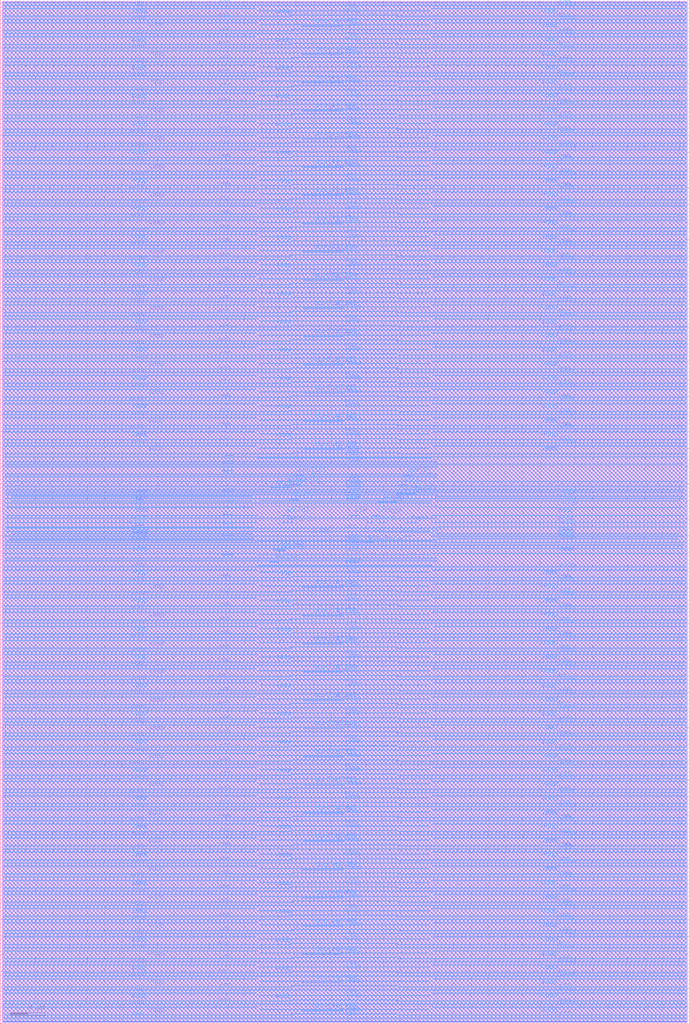
<source format=lef>
#############################################################################################
## Intel Confidential                                                                      ##
#############################################################################################
## Copyright 2022 Intel Corporation. The information contained herein is the proprietary   ##
## and confidential information of Intel or its licensors, and is supplied subject to, and ##
## may be used only in accordance with, previously executed agreements with Intel.         ##
## EXCEPT AS MAY OTHERWISE BE AGREED IN WRITING: (1) ALL MATERIALS FURNISHED BY INTEL      ##
## HEREUNDER ARE PROVIDED "AS IS" WITHOUT WARRANTY OF ANY KIND; (2) INTEL SPECIFICALLY     ##
## DISCLAIMS ANY WARRANTY OF NONINFRINGEMENT, FITNESS FOR A PARTICULAR PURPOSE OR          ##
## MERCHANTABILITY; AND (3) INTEL WILL NOT BE LIABLE FOR ANY COSTS OF PROCUREMENT OF       ##
## SUBSTITUTES, LOSS OF PROFITS, INTERRUPTION OF BUSINESS, OR FOR ANY OTHER SPECIAL,       ##
## CONSEQUENTIAL OR INCIDENTAL DAMAGES, HOWEVER CAUSED, WHETHER FOR BREACH OF WARRANTY,    ##
## CONTRACT, TORT, NEGLIGENCE, STRICT LIABILITY OR OTHERWISE.                              ##
#############################################################################################
#############################################################################################
##                                                                                         ##
##  Vendor:                Intel Corporation                                               ##
##  Product:               ip224uhdlp1p11rf                                                ##
##  Version:               r1.0.1                                                          ##
##  Technology:            p1222.4                                                         ##
##  Celltype:              MemoryIP                                                        ##
##  IP Owner:              Intel CMO                                                       ##
##  Creation Time:         Wed Sep 14 2022 15:16:16                                        ##
##  Memory Name:           ip224uhdlp1p11rf_2048x32m8b2c1s0_t0r0p0d0a1m1h                  ##
##  Memory Name Generated: ip224uhdlp1p11rf_2048x32m8b2c1s0_t0r0p0d0a1m1h                  ##
##                                                                                         ##
#############################################################################################

VERSION 5.6 ;
BUSBITCHARS "[]" ;
DIVIDERCHAR "/" ;
UNITS
  DATABASE MICRONS 2000 ;
END UNITS
SITE ip224uhdlp1p11rf_2048x32m8b2c1s0_t0r0p0d0a1m1h
  SIZE 79.1 by 117.54 ;
  SYMMETRY X Y ;
  CLASS CORE ;
END ip224uhdlp1p11rf_2048x32m8b2c1s0_t0r0p0d0a1m1h


MACRO ip224uhdlp1p11rf_2048x32m8b2c1s0_t0r0p0d0a1m1h
     FOREIGN ip224uhdlp1p11rf_2048x32m8b2c1s0_t0r0p0d0a1m1h 0.00 0.00 ;
     ORIGIN 0.00 0.00 ;
     SIZE 79.1 by 117.54 ;
     SYMMETRY X Y ;
     CLASS BLOCK ;
     SITE ip224uhdlp1p11rf_2048x32m8b2c1s0_t0r0p0d0a1m1h ;
     PIN adr[0]
     DIRECTION input ;
          USE SIGNAL ;
          PORT
               LAYER m4 ;
               RECT 46.1075 62.924 47.2975 63 ;
          END
     END adr[0]
     PIN adr[10]
     DIRECTION input ;
          USE SIGNAL ;
          PORT
               LAYER m4 ;
               RECT 33.655 62.924 34.785 63 ;
          END
     END adr[10]
     PIN adr[1]
     DIRECTION input ;
          USE SIGNAL ;
          PORT
               LAYER m4 ;
               RECT 45.7125 61.804 46.6995 61.88 ;
          END
     END adr[1]
     PIN adr[2]
     DIRECTION input ;
          USE SIGNAL ;
          PORT
               LAYER m4 ;
               RECT 32.3935 57.49 33.545 57.546 ;
          END
     END adr[2]
     PIN adr[3]
     DIRECTION input ;
          USE SIGNAL ;
          PORT
               LAYER m4 ;
               RECT 45.538 60.848 46.712 60.924 ;
          END
     END adr[3]
     PIN adr[4]
     DIRECTION input ;
          USE SIGNAL ;
          PORT
               LAYER m4 ;
               RECT 46.792 60.848 47.742 60.924 ;
          END
     END adr[4]
     PIN adr[5]
     DIRECTION input ;
          USE SIGNAL ;
          PORT
               LAYER m4 ;
               RECT 30.993 52.96 31.95 53.036 ;
          END
     END adr[5]
     PIN adr[6]
     DIRECTION input ;
          USE SIGNAL ;
          PORT
               LAYER m4 ;
               RECT 32.2745 58.326 33.214 58.382 ;
          END
     END adr[6]
     PIN adr[7]
     DIRECTION input ;
          USE SIGNAL ;
          PORT
               LAYER m4 ;
               RECT 31.714 54.226 32.7775 54.302 ;
          END
     END adr[7]
     PIN adr[8]
     DIRECTION input ;
          USE SIGNAL ;
          PORT
               LAYER m4 ;
               RECT 31.34 54.376 32.689 54.452 ;
          END
     END adr[8]
     PIN adr[9]
     DIRECTION input ;
          USE SIGNAL ;
          PORT
               LAYER m4 ;
               RECT 33.643 61.804 34.5675 61.88 ;
          END
     END adr[9]
     PIN clkbyp
     DIRECTION input ;
          USE SIGNAL ;
          PORT
               LAYER m4 ;
               RECT 42.715 58.326 43.5675 58.382 ;
          END
     END clkbyp
     PIN din[0]
     DIRECTION input ;
          USE SIGNAL ;
          PORT
               LAYER m4 ;
               RECT 34.714 114.488 37.566 114.596 ;
          END
     END din[0]
     PIN din[10]
     DIRECTION input ;
          USE SIGNAL ;
          PORT
               LAYER m4 ;
               RECT 34.714 82.088 37.566 82.196 ;
          END
     END din[10]
     PIN din[11]
     DIRECTION input ;
          USE SIGNAL ;
          PORT
               LAYER m4 ;
               RECT 34.714 78.848 37.566 78.956 ;
          END
     END din[11]
     PIN din[12]
     DIRECTION input ;
          USE SIGNAL ;
          PORT
               LAYER m4 ;
               RECT 34.714 75.608 37.566 75.716 ;
          END
     END din[12]
     PIN din[13]
     DIRECTION input ;
          USE SIGNAL ;
          PORT
               LAYER m4 ;
               RECT 34.714 72.368 37.566 72.476 ;
          END
     END din[13]
     PIN din[14]
     DIRECTION input ;
          USE SIGNAL ;
          PORT
               LAYER m4 ;
               RECT 34.714 69.128 37.566 69.236 ;
          END
     END din[14]
     PIN din[15]
     DIRECTION input ;
          USE SIGNAL ;
          PORT
               LAYER m4 ;
               RECT 34.714 65.888 37.566 65.996 ;
          END
     END din[15]
     PIN din[16]
     DIRECTION input ;
          USE SIGNAL ;
          PORT
               LAYER m4 ;
               RECT 34.714 50.048 37.566 50.156 ;
          END
     END din[16]
     PIN din[17]
     DIRECTION input ;
          USE SIGNAL ;
          PORT
               LAYER m4 ;
               RECT 34.714 46.808 37.566 46.916 ;
          END
     END din[17]
     PIN din[18]
     DIRECTION input ;
          USE SIGNAL ;
          PORT
               LAYER m4 ;
               RECT 34.714 43.568 37.566 43.676 ;
          END
     END din[18]
     PIN din[19]
     DIRECTION input ;
          USE SIGNAL ;
          PORT
               LAYER m4 ;
               RECT 34.714 40.328 37.566 40.436 ;
          END
     END din[19]
     PIN din[1]
     DIRECTION input ;
          USE SIGNAL ;
          PORT
               LAYER m4 ;
               RECT 34.714 111.248 37.566 111.356 ;
          END
     END din[1]
     PIN din[20]
     DIRECTION input ;
          USE SIGNAL ;
          PORT
               LAYER m4 ;
               RECT 34.714 37.088 37.566 37.196 ;
          END
     END din[20]
     PIN din[21]
     DIRECTION input ;
          USE SIGNAL ;
          PORT
               LAYER m4 ;
               RECT 34.714 33.848 37.566 33.956 ;
          END
     END din[21]
     PIN din[22]
     DIRECTION input ;
          USE SIGNAL ;
          PORT
               LAYER m4 ;
               RECT 34.714 30.608 37.566 30.716 ;
          END
     END din[22]
     PIN din[23]
     DIRECTION input ;
          USE SIGNAL ;
          PORT
               LAYER m4 ;
               RECT 34.714 27.368 37.566 27.476 ;
          END
     END din[23]
     PIN din[24]
     DIRECTION input ;
          USE SIGNAL ;
          PORT
               LAYER m4 ;
               RECT 34.714 24.128 37.566 24.236 ;
          END
     END din[24]
     PIN din[25]
     DIRECTION input ;
          USE SIGNAL ;
          PORT
               LAYER m4 ;
               RECT 34.714 20.888 37.566 20.996 ;
          END
     END din[25]
     PIN din[26]
     DIRECTION input ;
          USE SIGNAL ;
          PORT
               LAYER m4 ;
               RECT 34.714 17.648 37.566 17.756 ;
          END
     END din[26]
     PIN din[27]
     DIRECTION input ;
          USE SIGNAL ;
          PORT
               LAYER m4 ;
               RECT 34.714 14.408 37.566 14.516 ;
          END
     END din[27]
     PIN din[28]
     DIRECTION input ;
          USE SIGNAL ;
          PORT
               LAYER m4 ;
               RECT 34.714 11.168 37.566 11.276 ;
          END
     END din[28]
     PIN din[29]
     DIRECTION input ;
          USE SIGNAL ;
          PORT
               LAYER m4 ;
               RECT 34.714 7.928 37.566 8.036 ;
          END
     END din[29]
     PIN din[2]
     DIRECTION input ;
          USE SIGNAL ;
          PORT
               LAYER m4 ;
               RECT 34.714 108.008 37.566 108.116 ;
          END
     END din[2]
     PIN din[30]
     DIRECTION input ;
          USE SIGNAL ;
          PORT
               LAYER m4 ;
               RECT 34.714 4.688 37.566 4.796 ;
          END
     END din[30]
     PIN din[31]
     DIRECTION input ;
          USE SIGNAL ;
          PORT
               LAYER m4 ;
               RECT 34.714 1.448 37.566 1.556 ;
          END
     END din[31]
     PIN din[3]
     DIRECTION input ;
          USE SIGNAL ;
          PORT
               LAYER m4 ;
               RECT 34.714 104.768 37.566 104.876 ;
          END
     END din[3]
     PIN din[4]
     DIRECTION input ;
          USE SIGNAL ;
          PORT
               LAYER m4 ;
               RECT 34.714 101.528 37.566 101.636 ;
          END
     END din[4]
     PIN din[5]
     DIRECTION input ;
          USE SIGNAL ;
          PORT
               LAYER m4 ;
               RECT 34.714 98.288 37.566 98.396 ;
          END
     END din[5]
     PIN din[6]
     DIRECTION input ;
          USE SIGNAL ;
          PORT
               LAYER m4 ;
               RECT 34.714 95.048 37.566 95.156 ;
          END
     END din[6]
     PIN din[7]
     DIRECTION input ;
          USE SIGNAL ;
          PORT
               LAYER m4 ;
               RECT 34.714 91.808 37.566 91.916 ;
          END
     END din[7]
     PIN din[8]
     DIRECTION input ;
          USE SIGNAL ;
          PORT
               LAYER m4 ;
               RECT 34.714 88.568 37.566 88.676 ;
          END
     END din[8]
     PIN din[9]
     DIRECTION input ;
          USE SIGNAL ;
          PORT
               LAYER m4 ;
               RECT 34.714 85.328 37.566 85.436 ;
          END
     END din[9]
     PIN fwen
     DIRECTION input ;
          USE SIGNAL ;
          PORT
               LAYER m4 ;
               RECT 46.3675 57.49 48.054 57.546 ;
          END
     END fwen
     PIN mc[0]
     DIRECTION input ;
          USE SIGNAL ;
          PORT
               LAYER m4 ;
               RECT 33.192 60.124 34.231 60.2 ;
          END
     END mc[0]
     PIN mc[1]
     DIRECTION input ;
          USE SIGNAL ;
          PORT
               LAYER m4 ;
               RECT 30.972 61.54 32.2 61.616 ;
          END
     END mc[1]
     PIN mc[2]
     DIRECTION input ;
          USE SIGNAL ;
          PORT
               LAYER m4 ;
               RECT 32.331 61.54 33.473 61.616 ;
          END
     END mc[2]
     PIN mcen
     DIRECTION input ;
          USE SIGNAL ;
          PORT
               LAYER m4 ;
               RECT 32.4285 61.804 33.365 61.88 ;
          END
     END mcen
     PIN q[0]
     DIRECTION output ;
          USE SIGNAL ;
          PORT
               LAYER m4 ;
               RECT 37.646 114.488 39.371 114.596 ;
          END
     END q[0]
     PIN q[10]
     DIRECTION output ;
          USE SIGNAL ;
          PORT
               LAYER m4 ;
               RECT 37.646 82.088 39.371 82.196 ;
          END
     END q[10]
     PIN q[11]
     DIRECTION output ;
          USE SIGNAL ;
          PORT
               LAYER m4 ;
               RECT 37.646 78.848 39.371 78.956 ;
          END
     END q[11]
     PIN q[12]
     DIRECTION output ;
          USE SIGNAL ;
          PORT
               LAYER m4 ;
               RECT 37.646 75.608 39.371 75.716 ;
          END
     END q[12]
     PIN q[13]
     DIRECTION output ;
          USE SIGNAL ;
          PORT
               LAYER m4 ;
               RECT 37.646 72.368 39.371 72.476 ;
          END
     END q[13]
     PIN q[14]
     DIRECTION output ;
          USE SIGNAL ;
          PORT
               LAYER m4 ;
               RECT 37.646 69.128 39.371 69.236 ;
          END
     END q[14]
     PIN q[15]
     DIRECTION output ;
          USE SIGNAL ;
          PORT
               LAYER m4 ;
               RECT 37.646 65.888 39.371 65.996 ;
          END
     END q[15]
     PIN q[16]
     DIRECTION output ;
          USE SIGNAL ;
          PORT
               LAYER m4 ;
               RECT 37.646 50.048 39.371 50.156 ;
          END
     END q[16]
     PIN q[17]
     DIRECTION output ;
          USE SIGNAL ;
          PORT
               LAYER m4 ;
               RECT 37.646 46.808 39.371 46.916 ;
          END
     END q[17]
     PIN q[18]
     DIRECTION output ;
          USE SIGNAL ;
          PORT
               LAYER m4 ;
               RECT 37.646 43.568 39.371 43.676 ;
          END
     END q[18]
     PIN q[19]
     DIRECTION output ;
          USE SIGNAL ;
          PORT
               LAYER m4 ;
               RECT 37.646 40.328 39.371 40.436 ;
          END
     END q[19]
     PIN q[1]
     DIRECTION output ;
          USE SIGNAL ;
          PORT
               LAYER m4 ;
               RECT 37.646 111.248 39.371 111.356 ;
          END
     END q[1]
     PIN q[20]
     DIRECTION output ;
          USE SIGNAL ;
          PORT
               LAYER m4 ;
               RECT 37.646 37.088 39.371 37.196 ;
          END
     END q[20]
     PIN q[21]
     DIRECTION output ;
          USE SIGNAL ;
          PORT
               LAYER m4 ;
               RECT 37.646 33.848 39.371 33.956 ;
          END
     END q[21]
     PIN q[22]
     DIRECTION output ;
          USE SIGNAL ;
          PORT
               LAYER m4 ;
               RECT 37.646 30.608 39.371 30.716 ;
          END
     END q[22]
     PIN q[23]
     DIRECTION output ;
          USE SIGNAL ;
          PORT
               LAYER m4 ;
               RECT 37.646 27.368 39.371 27.476 ;
          END
     END q[23]
     PIN q[24]
     DIRECTION output ;
          USE SIGNAL ;
          PORT
               LAYER m4 ;
               RECT 37.646 24.128 39.371 24.236 ;
          END
     END q[24]
     PIN q[25]
     DIRECTION output ;
          USE SIGNAL ;
          PORT
               LAYER m4 ;
               RECT 37.646 20.888 39.371 20.996 ;
          END
     END q[25]
     PIN q[26]
     DIRECTION output ;
          USE SIGNAL ;
          PORT
               LAYER m4 ;
               RECT 37.646 17.648 39.371 17.756 ;
          END
     END q[26]
     PIN q[27]
     DIRECTION output ;
          USE SIGNAL ;
          PORT
               LAYER m4 ;
               RECT 37.646 14.408 39.371 14.516 ;
          END
     END q[27]
     PIN q[28]
     DIRECTION output ;
          USE SIGNAL ;
          PORT
               LAYER m4 ;
               RECT 37.646 11.168 39.371 11.276 ;
          END
     END q[28]
     PIN q[29]
     DIRECTION output ;
          USE SIGNAL ;
          PORT
               LAYER m4 ;
               RECT 37.646 7.928 39.371 8.036 ;
          END
     END q[29]
     PIN q[2]
     DIRECTION output ;
          USE SIGNAL ;
          PORT
               LAYER m4 ;
               RECT 37.646 108.008 39.371 108.116 ;
          END
     END q[2]
     PIN q[30]
     DIRECTION output ;
          USE SIGNAL ;
          PORT
               LAYER m4 ;
               RECT 37.646 4.688 39.371 4.796 ;
          END
     END q[30]
     PIN q[31]
     DIRECTION output ;
          USE SIGNAL ;
          PORT
               LAYER m4 ;
               RECT 37.646 1.448 39.371 1.556 ;
          END
     END q[31]
     PIN q[3]
     DIRECTION output ;
          USE SIGNAL ;
          PORT
               LAYER m4 ;
               RECT 37.646 104.768 39.371 104.876 ;
          END
     END q[3]
     PIN q[4]
     DIRECTION output ;
          USE SIGNAL ;
          PORT
               LAYER m4 ;
               RECT 37.646 101.528 39.371 101.636 ;
          END
     END q[4]
     PIN q[5]
     DIRECTION output ;
          USE SIGNAL ;
          PORT
               LAYER m4 ;
               RECT 37.646 98.288 39.371 98.396 ;
          END
     END q[5]
     PIN q[6]
     DIRECTION output ;
          USE SIGNAL ;
          PORT
               LAYER m4 ;
               RECT 37.646 95.048 39.371 95.156 ;
          END
     END q[6]
     PIN q[7]
     DIRECTION output ;
          USE SIGNAL ;
          PORT
               LAYER m4 ;
               RECT 37.646 91.808 39.371 91.916 ;
          END
     END q[7]
     PIN q[8]
     DIRECTION output ;
          USE SIGNAL ;
          PORT
               LAYER m4 ;
               RECT 37.646 88.568 39.371 88.676 ;
          END
     END q[8]
     PIN q[9]
     DIRECTION output ;
          USE SIGNAL ;
          PORT
               LAYER m4 ;
               RECT 37.646 85.328 39.371 85.436 ;
          END
     END q[9]
     PIN ren
     DIRECTION input ;
          USE SIGNAL ;
          PORT
               LAYER m4 ;
               RECT 42.098 57.49 43.0035 57.546 ;
          END
     END ren
     PIN wa[0]
     DIRECTION input ;
          USE SIGNAL ;
          PORT
               LAYER m4 ;
               RECT 44.66 59.858 45.6245 59.914 ;
          END
     END wa[0]
     PIN wa[1]
     DIRECTION input ;
          USE SIGNAL ;
          PORT
               LAYER m4 ;
               RECT 43.4475 59.858 44.478 59.914 ;
          END
     END wa[1]
     PIN wen
     DIRECTION input ;
          USE SIGNAL ;
          PORT
               LAYER m4 ;
               RECT 43.562 57.49 44.45 57.546 ;
          END
     END wen
     PIN wpulse[0]
     DIRECTION input ;
          USE SIGNAL ;
          PORT
               LAYER m4 ;
               RECT 46.187 55.924 47.1725 56 ;
          END
     END wpulse[0]
     PIN wpulse[1]
     DIRECTION input ;
          USE SIGNAL ;
          PORT
               LAYER m4 ;
               RECT 41.7065 55.2 42.75 55.276 ;
          END
     END wpulse[1]
     PIN wpulseen
     DIRECTION input ;
          USE SIGNAL ;
          PORT
               LAYER m4 ;
               RECT 42.5125 55.924 43.399 56 ;
          END
     END wpulseen
     PIN clk
     DIRECTION input ;
          USE CLOCK ;
          PORT
               LAYER m4 ;
               RECT 40.1725 58.326 41.2045 58.382 ;
          END
     END clk
     PIN vddp
     SHAPE ABUTMENT ;
     DIRECTION input ;
          USE POWER ;
          PORT
               LAYER m4 ;
               RECT 0.48 0.958 33.505 1.034 ;
          END
          PORT
               LAYER m4 ;
               RECT 0.48 1.846 29.388 1.922 ;
          END
          PORT
               LAYER m4 ;
               RECT 0.48 10.678 33.505 10.754 ;
          END
          PORT
               LAYER m4 ;
               RECT 0.48 100.306 29.388 100.382 ;
          END
          PORT
               LAYER m4 ;
               RECT 0.48 101.038 33.505 101.114 ;
          END
          PORT
               LAYER m4 ;
               RECT 0.48 101.926 29.388 102.002 ;
          END
          PORT
               LAYER m4 ;
               RECT 0.48 102.658 29.56 102.734 ;
          END
          PORT
               LAYER m4 ;
               RECT 0.48 103.546 29.388 103.622 ;
          END
          PORT
               LAYER m4 ;
               RECT 0.48 104.278 33.505 104.354 ;
          END
          PORT
               LAYER m4 ;
               RECT 0.48 105.166 29.388 105.242 ;
          END
          PORT
               LAYER m4 ;
               RECT 0.48 105.898 29.56 105.974 ;
          END
          PORT
               LAYER m4 ;
               RECT 0.48 106.786 29.388 106.862 ;
          END
          PORT
               LAYER m4 ;
               RECT 0.48 107.518 33.505 107.594 ;
          END
          PORT
               LAYER m4 ;
               RECT 0.48 108.406 29.388 108.482 ;
          END
          PORT
               LAYER m4 ;
               RECT 0.48 109.138 29.56 109.214 ;
          END
          PORT
               LAYER m4 ;
               RECT 0.48 11.566 29.388 11.642 ;
          END
          PORT
               LAYER m4 ;
               RECT 0.48 110.026 29.388 110.102 ;
          END
          PORT
               LAYER m4 ;
               RECT 0.48 110.758 33.505 110.834 ;
          END
          PORT
               LAYER m4 ;
               RECT 0.48 111.646 29.388 111.722 ;
          END
          PORT
               LAYER m4 ;
               RECT 0.48 112.378 29.56 112.454 ;
          END
          PORT
               LAYER m4 ;
               RECT 0.48 113.266 29.388 113.342 ;
          END
          PORT
               LAYER m4 ;
               RECT 0.48 113.998 33.505 114.074 ;
          END
          PORT
               LAYER m4 ;
               RECT 0.48 114.886 29.388 114.962 ;
          END
          PORT
               LAYER m4 ;
               RECT 0.48 115.618 29.56 115.694 ;
          END
          PORT
               LAYER m4 ;
               RECT 0.48 116.506 29.388 116.582 ;
          END
          PORT
               LAYER m4 ;
               RECT 0.48 12.298 29.56 12.374 ;
          END
          PORT
               LAYER m4 ;
               RECT 0.48 13.186 29.388 13.262 ;
          END
          PORT
               LAYER m4 ;
               RECT 0.48 13.918 33.505 13.994 ;
          END
          PORT
               LAYER m4 ;
               RECT 0.48 14.806 29.388 14.882 ;
          END
          PORT
               LAYER m4 ;
               RECT 0.48 15.538 29.56 15.614 ;
          END
          PORT
               LAYER m4 ;
               RECT 0.48 16.426 29.388 16.502 ;
          END
          PORT
               LAYER m4 ;
               RECT 0.48 17.158 33.505 17.234 ;
          END
          PORT
               LAYER m4 ;
               RECT 0.48 18.046 29.388 18.122 ;
          END
          PORT
               LAYER m4 ;
               RECT 0.48 18.778 29.56 18.854 ;
          END
          PORT
               LAYER m4 ;
               RECT 0.48 19.666 29.388 19.742 ;
          END
          PORT
               LAYER m4 ;
               RECT 0.48 2.578 29.56 2.654 ;
          END
          PORT
               LAYER m4 ;
               RECT 0.48 20.398 33.505 20.474 ;
          END
          PORT
               LAYER m4 ;
               RECT 0.48 21.286 29.388 21.362 ;
          END
          PORT
               LAYER m4 ;
               RECT 0.48 22.018 29.56 22.094 ;
          END
          PORT
               LAYER m4 ;
               RECT 0.48 22.906 29.388 22.982 ;
          END
          PORT
               LAYER m4 ;
               RECT 0.48 23.638 33.505 23.714 ;
          END
          PORT
               LAYER m4 ;
               RECT 0.48 24.526 29.388 24.602 ;
          END
          PORT
               LAYER m4 ;
               RECT 0.48 25.258 29.56 25.334 ;
          END
          PORT
               LAYER m4 ;
               RECT 0.48 26.146 29.388 26.222 ;
          END
          PORT
               LAYER m4 ;
               RECT 0.48 26.878 33.505 26.954 ;
          END
          PORT
               LAYER m4 ;
               RECT 0.48 27.766 29.388 27.842 ;
          END
          PORT
               LAYER m4 ;
               RECT 0.48 28.498 29.56 28.574 ;
          END
          PORT
               LAYER m4 ;
               RECT 0.48 29.386 29.388 29.462 ;
          END
          PORT
               LAYER m4 ;
               RECT 0.48 3.466 29.388 3.542 ;
          END
          PORT
               LAYER m4 ;
               RECT 0.48 30.118 33.505 30.194 ;
          END
          PORT
               LAYER m4 ;
               RECT 0.48 31.006 29.388 31.082 ;
          END
          PORT
               LAYER m4 ;
               RECT 0.48 31.738 29.56 31.814 ;
          END
          PORT
               LAYER m4 ;
               RECT 0.48 32.626 29.388 32.702 ;
          END
          PORT
               LAYER m4 ;
               RECT 0.48 33.358 33.505 33.434 ;
          END
          PORT
               LAYER m4 ;
               RECT 0.48 34.246 29.388 34.322 ;
          END
          PORT
               LAYER m4 ;
               RECT 0.48 34.978 29.56 35.054 ;
          END
          PORT
               LAYER m4 ;
               RECT 0.48 35.866 29.388 35.942 ;
          END
          PORT
               LAYER m4 ;
               RECT 0.48 36.598 33.505 36.674 ;
          END
          PORT
               LAYER m4 ;
               RECT 0.48 37.486 29.388 37.562 ;
          END
          PORT
               LAYER m4 ;
               RECT 0.48 38.218 29.56 38.294 ;
          END
          PORT
               LAYER m4 ;
               RECT 0.48 39.106 29.388 39.182 ;
          END
          PORT
               LAYER m4 ;
               RECT 0.48 39.838 33.505 39.914 ;
          END
          PORT
               LAYER m4 ;
               RECT 0.48 4.198 33.505 4.274 ;
          END
          PORT
               LAYER m4 ;
               RECT 0.48 40.726 29.388 40.802 ;
          END
          PORT
               LAYER m4 ;
               RECT 0.48 41.458 29.56 41.534 ;
          END
          PORT
               LAYER m4 ;
               RECT 0.48 42.346 29.388 42.422 ;
          END
          PORT
               LAYER m4 ;
               RECT 0.48 43.078 33.505 43.154 ;
          END
          PORT
               LAYER m4 ;
               RECT 0.48 43.966 29.388 44.042 ;
          END
          PORT
               LAYER m4 ;
               RECT 0.48 44.698 29.56 44.774 ;
          END
          PORT
               LAYER m4 ;
               RECT 0.48 45.586 29.388 45.662 ;
          END
          PORT
               LAYER m4 ;
               RECT 0.48 46.318 33.505 46.394 ;
          END
          PORT
               LAYER m4 ;
               RECT 0.48 47.206 29.388 47.282 ;
          END
          PORT
               LAYER m4 ;
               RECT 0.48 47.938 29.56 48.014 ;
          END
          PORT
               LAYER m4 ;
               RECT 0.48 48.826 29.388 48.902 ;
          END
          PORT
               LAYER m4 ;
               RECT 0.48 49.558 33.505 49.634 ;
          END
          PORT
               LAYER m4 ;
               RECT 0.48 5.086 29.388 5.162 ;
          END
          PORT
               LAYER m4 ;
               RECT 0.48 5.818 29.56 5.894 ;
          END
          PORT
               LAYER m4 ;
               RECT 0.48 50.446 29.388 50.522 ;
          END
          PORT
               LAYER m4 ;
               RECT 0.48 51.178 29.56 51.254 ;
          END
          PORT
               LAYER m4 ;
               RECT 0.48 52.066 29.388 52.142 ;
          END
          PORT
               LAYER m4 ;
               RECT 0.48 6.706 29.388 6.782 ;
          END
          PORT
               LAYER m4 ;
               RECT 0.48 65.398 33.505 65.474 ;
          END
          PORT
               LAYER m4 ;
               RECT 0.48 66.286 29.388 66.362 ;
          END
          PORT
               LAYER m4 ;
               RECT 0.48 67.018 29.56 67.094 ;
          END
          PORT
               LAYER m4 ;
               RECT 0.48 67.906 29.388 67.982 ;
          END
          PORT
               LAYER m4 ;
               RECT 0.48 68.638 33.505 68.714 ;
          END
          PORT
               LAYER m4 ;
               RECT 0.48 69.526 29.388 69.602 ;
          END
          PORT
               LAYER m4 ;
               RECT 0.48 7.438 33.505 7.514 ;
          END
          PORT
               LAYER m4 ;
               RECT 0.48 70.258 29.56 70.334 ;
          END
          PORT
               LAYER m4 ;
               RECT 0.48 71.146 29.388 71.222 ;
          END
          PORT
               LAYER m4 ;
               RECT 0.48 71.878 33.505 71.954 ;
          END
          PORT
               LAYER m4 ;
               RECT 0.48 72.766 29.388 72.842 ;
          END
          PORT
               LAYER m4 ;
               RECT 0.48 73.498 29.56 73.574 ;
          END
          PORT
               LAYER m4 ;
               RECT 0.48 74.386 29.388 74.462 ;
          END
          PORT
               LAYER m4 ;
               RECT 0.48 75.118 33.505 75.194 ;
          END
          PORT
               LAYER m4 ;
               RECT 0.48 76.006 29.388 76.082 ;
          END
          PORT
               LAYER m4 ;
               RECT 0.48 76.738 29.56 76.814 ;
          END
          PORT
               LAYER m4 ;
               RECT 0.48 77.626 29.388 77.702 ;
          END
          PORT
               LAYER m4 ;
               RECT 0.48 78.358 33.505 78.434 ;
          END
          PORT
               LAYER m4 ;
               RECT 0.48 79.246 29.388 79.322 ;
          END
          PORT
               LAYER m4 ;
               RECT 0.48 79.978 29.56 80.054 ;
          END
          PORT
               LAYER m4 ;
               RECT 0.48 8.326 29.388 8.402 ;
          END
          PORT
               LAYER m4 ;
               RECT 0.48 80.866 29.388 80.942 ;
          END
          PORT
               LAYER m4 ;
               RECT 0.48 81.598 33.505 81.674 ;
          END
          PORT
               LAYER m4 ;
               RECT 0.48 82.486 29.388 82.562 ;
          END
          PORT
               LAYER m4 ;
               RECT 0.48 83.218 29.56 83.294 ;
          END
          PORT
               LAYER m4 ;
               RECT 0.48 84.106 29.388 84.182 ;
          END
          PORT
               LAYER m4 ;
               RECT 0.48 84.838 33.505 84.914 ;
          END
          PORT
               LAYER m4 ;
               RECT 0.48 85.726 29.388 85.802 ;
          END
          PORT
               LAYER m4 ;
               RECT 0.48 86.458 29.56 86.534 ;
          END
          PORT
               LAYER m4 ;
               RECT 0.48 87.346 29.388 87.422 ;
          END
          PORT
               LAYER m4 ;
               RECT 0.48 88.078 33.505 88.154 ;
          END
          PORT
               LAYER m4 ;
               RECT 0.48 88.966 29.388 89.042 ;
          END
          PORT
               LAYER m4 ;
               RECT 0.48 89.698 29.56 89.774 ;
          END
          PORT
               LAYER m4 ;
               RECT 0.48 9.058 29.56 9.134 ;
          END
          PORT
               LAYER m4 ;
               RECT 0.48 9.946 29.388 10.022 ;
          END
          PORT
               LAYER m4 ;
               RECT 0.48 90.586 29.388 90.662 ;
          END
          PORT
               LAYER m4 ;
               RECT 0.48 91.318 33.505 91.394 ;
          END
          PORT
               LAYER m4 ;
               RECT 0.48 92.206 29.388 92.282 ;
          END
          PORT
               LAYER m4 ;
               RECT 0.48 92.938 29.56 93.014 ;
          END
          PORT
               LAYER m4 ;
               RECT 0.48 93.826 29.388 93.902 ;
          END
          PORT
               LAYER m4 ;
               RECT 0.48 94.558 33.505 94.634 ;
          END
          PORT
               LAYER m4 ;
               RECT 0.48 95.446 29.388 95.522 ;
          END
          PORT
               LAYER m4 ;
               RECT 0.48 96.178 29.56 96.254 ;
          END
          PORT
               LAYER m4 ;
               RECT 0.48 97.066 29.388 97.142 ;
          END
          PORT
               LAYER m4 ;
               RECT 0.48 97.798 33.505 97.874 ;
          END
          PORT
               LAYER m4 ;
               RECT 0.48 98.686 29.388 98.762 ;
          END
          PORT
               LAYER m4 ;
               RECT 0.48 99.418 29.56 99.494 ;
          END
          PORT
               LAYER m4 ;
               RECT 0.616 53.948 29.56 54.024 ;
          END
          PORT
               LAYER m4 ;
               RECT 0.616 54.508 78.484 54.584 ;
          END
          PORT
               LAYER m4 ;
               RECT 0.616 54.904 78.484 54.98 ;
          END
          PORT
               LAYER m4 ;
               RECT 0.616 55.2 29.56 55.276 ;
          END
          PORT
               LAYER m4 ;
               RECT 0.616 55.924 29.56 56 ;
          END
          PORT
               LAYER m4 ;
               RECT 0.616 56.992 28.912 57.036 ;
          END
          PORT
               LAYER m4 ;
               RECT 0.616 57.49 29.56 57.546 ;
          END
          PORT
               LAYER m4 ;
               RECT 0.616 58.326 29.56 58.382 ;
          END
          PORT
               LAYER m4 ;
               RECT 0.616 59.244 28.912 59.288 ;
          END
          PORT
               LAYER m4 ;
               RECT 0.616 60.256 78.484 60.332 ;
          END
          PORT
               LAYER m4 ;
               RECT 0.616 60.98 78.484 61.056 ;
          END
          PORT
               LAYER m4 ;
               RECT 0.616 61.276 78.484 61.352 ;
          END
          PORT
               LAYER m4 ;
               RECT 0.616 61.672 78.484 61.748 ;
          END
          PORT
               LAYER m4 ;
               RECT 0.616 62.232 78.484 62.308 ;
          END
          PORT
               LAYER m4 ;
               RECT 0.616 64.176 78.484 64.284 ;
          END
          PORT
               LAYER m4 ;
               RECT 1.264 55.632 28.912 55.74 ;
          END
          PORT
               LAYER m4 ;
               RECT 1.264 56.188 28.912 56.296 ;
          END
          PORT
               LAYER m4 ;
               RECT 1.264 59.96 28.912 60.068 ;
          END
          PORT
               LAYER m4 ;
               RECT 1.264 60.516 28.912 60.624 ;
          END
          PORT
               LAYER m4 ;
               RECT 29.6 52.564 49.5 52.64 ;
          END
          PORT
               LAYER m4 ;
               RECT 29.6 53.816 49.5 53.892 ;
          END
          PORT
               LAYER m4 ;
               RECT 29.6 55.332 49.5 55.408 ;
          END
          PORT
               LAYER m4 ;
               RECT 29.6 64.9 49.5 64.976 ;
          END
          PORT
               LAYER m4 ;
               RECT 29.669 55.924 42.4325 56 ;
          END
          PORT
               LAYER m4 ;
               RECT 29.7 59.97 49.4595 60.046 ;
          END
          PORT
               LAYER m4 ;
               RECT 29.7445 102.658 33.435 102.734 ;
          END
          PORT
               LAYER m4 ;
               RECT 29.7445 105.898 33.435 105.974 ;
          END
          PORT
               LAYER m4 ;
               RECT 29.7445 109.138 33.435 109.214 ;
          END
          PORT
               LAYER m4 ;
               RECT 29.7445 112.378 33.435 112.454 ;
          END
          PORT
               LAYER m4 ;
               RECT 29.7445 115.618 33.435 115.694 ;
          END
          PORT
               LAYER m4 ;
               RECT 29.7445 12.298 33.435 12.374 ;
          END
          PORT
               LAYER m4 ;
               RECT 29.7445 15.538 33.435 15.614 ;
          END
          PORT
               LAYER m4 ;
               RECT 29.7445 18.778 33.435 18.854 ;
          END
          PORT
               LAYER m4 ;
               RECT 29.7445 2.578 33.435 2.654 ;
          END
          PORT
               LAYER m4 ;
               RECT 29.7445 22.018 33.435 22.094 ;
          END
          PORT
               LAYER m4 ;
               RECT 29.7445 25.258 33.435 25.334 ;
          END
          PORT
               LAYER m4 ;
               RECT 29.7445 28.498 33.435 28.574 ;
          END
          PORT
               LAYER m4 ;
               RECT 29.7445 31.738 33.435 31.814 ;
          END
          PORT
               LAYER m4 ;
               RECT 29.7445 34.978 33.435 35.054 ;
          END
          PORT
               LAYER m4 ;
               RECT 29.7445 38.218 33.435 38.294 ;
          END
          PORT
               LAYER m4 ;
               RECT 29.7445 41.458 33.435 41.534 ;
          END
          PORT
               LAYER m4 ;
               RECT 29.7445 44.698 33.435 44.774 ;
          END
          PORT
               LAYER m4 ;
               RECT 29.7445 47.938 33.435 48.014 ;
          END
          PORT
               LAYER m4 ;
               RECT 29.7445 5.818 33.435 5.894 ;
          END
          PORT
               LAYER m4 ;
               RECT 29.7445 51.178 33.435 51.254 ;
          END
          PORT
               LAYER m4 ;
               RECT 29.7445 67.018 33.435 67.094 ;
          END
          PORT
               LAYER m4 ;
               RECT 29.7445 70.258 33.435 70.334 ;
          END
          PORT
               LAYER m4 ;
               RECT 29.7445 73.498 33.435 73.574 ;
          END
          PORT
               LAYER m4 ;
               RECT 29.7445 76.738 33.435 76.814 ;
          END
          PORT
               LAYER m4 ;
               RECT 29.7445 79.978 33.435 80.054 ;
          END
          PORT
               LAYER m4 ;
               RECT 29.7445 83.218 33.435 83.294 ;
          END
          PORT
               LAYER m4 ;
               RECT 29.7445 86.458 33.435 86.534 ;
          END
          PORT
               LAYER m4 ;
               RECT 29.7445 89.698 33.435 89.774 ;
          END
          PORT
               LAYER m4 ;
               RECT 29.7445 9.058 33.435 9.134 ;
          END
          PORT
               LAYER m4 ;
               RECT 29.7445 92.938 33.435 93.014 ;
          END
          PORT
               LAYER m4 ;
               RECT 29.7445 96.178 33.435 96.254 ;
          END
          PORT
               LAYER m4 ;
               RECT 29.7445 99.418 33.435 99.494 ;
          END
          PORT
               LAYER m4 ;
               RECT 33.429 1.08 45.6435 1.156 ;
          END
          PORT
               LAYER m4 ;
               RECT 33.429 10.8 45.6435 10.876 ;
          END
          PORT
               LAYER m4 ;
               RECT 33.429 101.16 45.6435 101.236 ;
          END
          PORT
               LAYER m4 ;
               RECT 33.429 104.4 45.6435 104.476 ;
          END
          PORT
               LAYER m4 ;
               RECT 33.429 107.64 45.6435 107.716 ;
          END
          PORT
               LAYER m4 ;
               RECT 33.429 110.88 45.6435 110.956 ;
          END
          PORT
               LAYER m4 ;
               RECT 33.429 114.12 45.6435 114.196 ;
          END
          PORT
               LAYER m4 ;
               RECT 33.429 14.04 45.6435 14.116 ;
          END
          PORT
               LAYER m4 ;
               RECT 33.429 17.28 45.6435 17.356 ;
          END
          PORT
               LAYER m4 ;
               RECT 33.429 20.52 45.6435 20.596 ;
          END
          PORT
               LAYER m4 ;
               RECT 33.429 23.76 45.6435 23.836 ;
          END
          PORT
               LAYER m4 ;
               RECT 33.429 27 45.6435 27.076 ;
          END
          PORT
               LAYER m4 ;
               RECT 33.429 30.24 45.6435 30.316 ;
          END
          PORT
               LAYER m4 ;
               RECT 33.429 33.48 45.6435 33.556 ;
          END
          PORT
               LAYER m4 ;
               RECT 33.429 36.72 45.6435 36.796 ;
          END
          PORT
               LAYER m4 ;
               RECT 33.429 39.96 45.6435 40.036 ;
          END
          PORT
               LAYER m4 ;
               RECT 33.429 4.32 45.6435 4.396 ;
          END
          PORT
               LAYER m4 ;
               RECT 33.429 43.2 45.6435 43.276 ;
          END
          PORT
               LAYER m4 ;
               RECT 33.429 46.44 45.6435 46.516 ;
          END
          PORT
               LAYER m4 ;
               RECT 33.429 49.68 45.6435 49.756 ;
          END
          PORT
               LAYER m4 ;
               RECT 33.429 65.52 45.6435 65.596 ;
          END
          PORT
               LAYER m4 ;
               RECT 33.429 68.76 45.6435 68.836 ;
          END
          PORT
               LAYER m4 ;
               RECT 33.429 7.56 45.6435 7.636 ;
          END
          PORT
               LAYER m4 ;
               RECT 33.429 72 45.6435 72.076 ;
          END
          PORT
               LAYER m4 ;
               RECT 33.429 75.24 45.6435 75.316 ;
          END
          PORT
               LAYER m4 ;
               RECT 33.429 78.48 45.6435 78.556 ;
          END
          PORT
               LAYER m4 ;
               RECT 33.429 81.72 45.6435 81.796 ;
          END
          PORT
               LAYER m4 ;
               RECT 33.429 84.96 45.6435 85.036 ;
          END
          PORT
               LAYER m4 ;
               RECT 33.429 88.2 45.6435 88.276 ;
          END
          PORT
               LAYER m4 ;
               RECT 33.429 91.44 45.6435 91.516 ;
          END
          PORT
               LAYER m4 ;
               RECT 33.429 94.68 45.6435 94.756 ;
          END
          PORT
               LAYER m4 ;
               RECT 33.429 97.92 45.6435 97.996 ;
          END
          PORT
               LAYER m4 ;
               RECT 33.435 102.78 45.6525 102.856 ;
          END
          PORT
               LAYER m4 ;
               RECT 33.435 106.02 45.6525 106.096 ;
          END
          PORT
               LAYER m4 ;
               RECT 33.435 109.26 45.6525 109.336 ;
          END
          PORT
               LAYER m4 ;
               RECT 33.435 112.5 45.6525 112.576 ;
          END
          PORT
               LAYER m4 ;
               RECT 33.435 115.74 45.6525 115.816 ;
          END
          PORT
               LAYER m4 ;
               RECT 33.435 12.42 45.6525 12.496 ;
          END
          PORT
               LAYER m4 ;
               RECT 33.435 15.66 45.6525 15.736 ;
          END
          PORT
               LAYER m4 ;
               RECT 33.435 18.9 45.6525 18.976 ;
          END
          PORT
               LAYER m4 ;
               RECT 33.435 2.7 45.6525 2.776 ;
          END
          PORT
               LAYER m4 ;
               RECT 33.435 22.14 45.6525 22.216 ;
          END
          PORT
               LAYER m4 ;
               RECT 33.435 25.38 45.6525 25.456 ;
          END
          PORT
               LAYER m4 ;
               RECT 33.435 28.62 45.6525 28.696 ;
          END
          PORT
               LAYER m4 ;
               RECT 33.435 31.86 45.6525 31.936 ;
          END
          PORT
               LAYER m4 ;
               RECT 33.435 35.1 45.6525 35.176 ;
          END
          PORT
               LAYER m4 ;
               RECT 33.435 38.34 45.6525 38.416 ;
          END
          PORT
               LAYER m4 ;
               RECT 33.435 41.58 45.6525 41.656 ;
          END
          PORT
               LAYER m4 ;
               RECT 33.435 44.82 45.6525 44.896 ;
          END
          PORT
               LAYER m4 ;
               RECT 33.435 48.06 45.6525 48.136 ;
          END
          PORT
               LAYER m4 ;
               RECT 33.435 5.94 45.6525 6.016 ;
          END
          PORT
               LAYER m4 ;
               RECT 33.435 51.3 45.6525 51.376 ;
          END
          PORT
               LAYER m4 ;
               RECT 33.435 67.14 45.6525 67.216 ;
          END
          PORT
               LAYER m4 ;
               RECT 33.435 70.38 45.6525 70.456 ;
          END
          PORT
               LAYER m4 ;
               RECT 33.435 73.62 45.6525 73.696 ;
          END
          PORT
               LAYER m4 ;
               RECT 33.435 76.86 45.6525 76.936 ;
          END
          PORT
               LAYER m4 ;
               RECT 33.435 80.1 45.6525 80.176 ;
          END
          PORT
               LAYER m4 ;
               RECT 33.435 83.34 45.6525 83.416 ;
          END
          PORT
               LAYER m4 ;
               RECT 33.435 86.58 45.6525 86.656 ;
          END
          PORT
               LAYER m4 ;
               RECT 33.435 89.82 45.6525 89.896 ;
          END
          PORT
               LAYER m4 ;
               RECT 33.435 9.18 45.6525 9.256 ;
          END
          PORT
               LAYER m4 ;
               RECT 33.435 93.06 45.6525 93.136 ;
          END
          PORT
               LAYER m4 ;
               RECT 33.435 96.3 45.6525 96.376 ;
          END
          PORT
               LAYER m4 ;
               RECT 33.435 99.54 45.6525 99.616 ;
          END
          PORT
               LAYER m4 ;
               RECT 45.5675 0.958 78.62 1.034 ;
          END
          PORT
               LAYER m4 ;
               RECT 45.5675 10.678 78.62 10.754 ;
          END
          PORT
               LAYER m4 ;
               RECT 45.5675 101.038 78.62 101.114 ;
          END
          PORT
               LAYER m4 ;
               RECT 45.5675 104.278 78.62 104.354 ;
          END
          PORT
               LAYER m4 ;
               RECT 45.5675 107.518 78.62 107.594 ;
          END
          PORT
               LAYER m4 ;
               RECT 45.5675 110.758 78.62 110.834 ;
          END
          PORT
               LAYER m4 ;
               RECT 45.5675 113.998 78.62 114.074 ;
          END
          PORT
               LAYER m4 ;
               RECT 45.5675 13.918 78.62 13.994 ;
          END
          PORT
               LAYER m4 ;
               RECT 45.5675 17.158 78.62 17.234 ;
          END
          PORT
               LAYER m4 ;
               RECT 45.5675 20.398 78.62 20.474 ;
          END
          PORT
               LAYER m4 ;
               RECT 45.5675 23.638 78.62 23.714 ;
          END
          PORT
               LAYER m4 ;
               RECT 45.5675 26.878 78.62 26.954 ;
          END
          PORT
               LAYER m4 ;
               RECT 45.5675 30.118 78.62 30.194 ;
          END
          PORT
               LAYER m4 ;
               RECT 45.5675 33.358 78.62 33.434 ;
          END
          PORT
               LAYER m4 ;
               RECT 45.5675 36.598 78.62 36.674 ;
          END
          PORT
               LAYER m4 ;
               RECT 45.5675 39.838 78.62 39.914 ;
          END
          PORT
               LAYER m4 ;
               RECT 45.5675 4.198 78.62 4.274 ;
          END
          PORT
               LAYER m4 ;
               RECT 45.5675 43.078 78.62 43.154 ;
          END
          PORT
               LAYER m4 ;
               RECT 45.5675 46.318 78.62 46.394 ;
          END
          PORT
               LAYER m4 ;
               RECT 45.5675 49.558 78.62 49.634 ;
          END
          PORT
               LAYER m4 ;
               RECT 45.5675 65.398 78.62 65.474 ;
          END
          PORT
               LAYER m4 ;
               RECT 45.5675 68.638 78.62 68.714 ;
          END
          PORT
               LAYER m4 ;
               RECT 45.5675 7.438 78.62 7.514 ;
          END
          PORT
               LAYER m4 ;
               RECT 45.5675 71.878 78.62 71.954 ;
          END
          PORT
               LAYER m4 ;
               RECT 45.5675 75.118 78.62 75.194 ;
          END
          PORT
               LAYER m4 ;
               RECT 45.5675 78.358 78.62 78.434 ;
          END
          PORT
               LAYER m4 ;
               RECT 45.5675 81.598 78.62 81.674 ;
          END
          PORT
               LAYER m4 ;
               RECT 45.5675 84.838 78.62 84.914 ;
          END
          PORT
               LAYER m4 ;
               RECT 45.5675 88.078 78.62 88.154 ;
          END
          PORT
               LAYER m4 ;
               RECT 45.5675 91.318 78.62 91.394 ;
          END
          PORT
               LAYER m4 ;
               RECT 45.5675 94.558 78.62 94.634 ;
          END
          PORT
               LAYER m4 ;
               RECT 45.5675 97.798 78.62 97.874 ;
          END
          PORT
               LAYER m4 ;
               RECT 45.5765 102.658 78.62 102.734 ;
          END
          PORT
               LAYER m4 ;
               RECT 45.5765 105.898 78.62 105.974 ;
          END
          PORT
               LAYER m4 ;
               RECT 45.5765 109.138 78.62 109.214 ;
          END
          PORT
               LAYER m4 ;
               RECT 45.5765 112.378 78.62 112.454 ;
          END
          PORT
               LAYER m4 ;
               RECT 45.5765 115.618 78.62 115.694 ;
          END
          PORT
               LAYER m4 ;
               RECT 45.5765 12.298 78.62 12.374 ;
          END
          PORT
               LAYER m4 ;
               RECT 45.5765 15.538 78.62 15.614 ;
          END
          PORT
               LAYER m4 ;
               RECT 45.5765 18.778 78.62 18.854 ;
          END
          PORT
               LAYER m4 ;
               RECT 45.5765 2.578 78.62 2.654 ;
          END
          PORT
               LAYER m4 ;
               RECT 45.5765 22.018 78.62 22.094 ;
          END
          PORT
               LAYER m4 ;
               RECT 45.5765 25.258 78.62 25.334 ;
          END
          PORT
               LAYER m4 ;
               RECT 45.5765 28.498 78.62 28.574 ;
          END
          PORT
               LAYER m4 ;
               RECT 45.5765 31.738 78.62 31.814 ;
          END
          PORT
               LAYER m4 ;
               RECT 45.5765 34.978 78.62 35.054 ;
          END
          PORT
               LAYER m4 ;
               RECT 45.5765 38.218 78.62 38.294 ;
          END
          PORT
               LAYER m4 ;
               RECT 45.5765 41.458 78.62 41.534 ;
          END
          PORT
               LAYER m4 ;
               RECT 45.5765 44.698 78.62 44.774 ;
          END
          PORT
               LAYER m4 ;
               RECT 45.5765 47.938 78.62 48.014 ;
          END
          PORT
               LAYER m4 ;
               RECT 45.5765 5.818 78.62 5.894 ;
          END
          PORT
               LAYER m4 ;
               RECT 45.5765 51.178 78.62 51.254 ;
          END
          PORT
               LAYER m4 ;
               RECT 45.5765 67.018 78.62 67.094 ;
          END
          PORT
               LAYER m4 ;
               RECT 45.5765 70.258 78.62 70.334 ;
          END
          PORT
               LAYER m4 ;
               RECT 45.5765 73.498 78.62 73.574 ;
          END
          PORT
               LAYER m4 ;
               RECT 45.5765 76.738 78.62 76.814 ;
          END
          PORT
               LAYER m4 ;
               RECT 45.5765 79.978 78.62 80.054 ;
          END
          PORT
               LAYER m4 ;
               RECT 45.5765 83.218 78.62 83.294 ;
          END
          PORT
               LAYER m4 ;
               RECT 45.5765 86.458 78.62 86.534 ;
          END
          PORT
               LAYER m4 ;
               RECT 45.5765 89.698 78.62 89.774 ;
          END
          PORT
               LAYER m4 ;
               RECT 45.5765 9.058 78.62 9.134 ;
          END
          PORT
               LAYER m4 ;
               RECT 45.5765 92.938 78.62 93.014 ;
          END
          PORT
               LAYER m4 ;
               RECT 45.5765 96.178 78.62 96.254 ;
          END
          PORT
               LAYER m4 ;
               RECT 45.5765 99.418 78.62 99.494 ;
          END
          PORT
               LAYER m4 ;
               RECT 49.54 53.948 78.484 54.024 ;
          END
          PORT
               LAYER m4 ;
               RECT 49.54 55.924 78.484 56 ;
          END
          PORT
               LAYER m4 ;
               RECT 49.54 57.49 78.484 57.546 ;
          END
          PORT
               LAYER m4 ;
               RECT 49.54 58.326 78.484 58.382 ;
          END
          PORT
               LAYER m4 ;
               RECT 49.58 55.2 78.484 55.276 ;
          END
          PORT
               LAYER m4 ;
               RECT 49.645 1.846 78.62 1.922 ;
          END
          PORT
               LAYER m4 ;
               RECT 49.645 100.306 78.62 100.382 ;
          END
          PORT
               LAYER m4 ;
               RECT 49.645 101.926 78.62 102.002 ;
          END
          PORT
               LAYER m4 ;
               RECT 49.645 103.546 78.62 103.622 ;
          END
          PORT
               LAYER m4 ;
               RECT 49.645 105.166 78.62 105.242 ;
          END
          PORT
               LAYER m4 ;
               RECT 49.645 106.786 78.62 106.862 ;
          END
          PORT
               LAYER m4 ;
               RECT 49.645 108.406 78.62 108.482 ;
          END
          PORT
               LAYER m4 ;
               RECT 49.645 11.566 78.62 11.642 ;
          END
          PORT
               LAYER m4 ;
               RECT 49.645 110.026 78.62 110.102 ;
          END
          PORT
               LAYER m4 ;
               RECT 49.645 111.646 78.62 111.722 ;
          END
          PORT
               LAYER m4 ;
               RECT 49.645 113.266 78.62 113.342 ;
          END
          PORT
               LAYER m4 ;
               RECT 49.645 114.886 78.62 114.962 ;
          END
          PORT
               LAYER m4 ;
               RECT 49.645 116.506 78.62 116.582 ;
          END
          PORT
               LAYER m4 ;
               RECT 49.645 13.186 78.62 13.262 ;
          END
          PORT
               LAYER m4 ;
               RECT 49.645 14.806 78.62 14.882 ;
          END
          PORT
               LAYER m4 ;
               RECT 49.645 16.426 78.62 16.502 ;
          END
          PORT
               LAYER m4 ;
               RECT 49.645 18.046 78.62 18.122 ;
          END
          PORT
               LAYER m4 ;
               RECT 49.645 19.666 78.62 19.742 ;
          END
          PORT
               LAYER m4 ;
               RECT 49.645 21.286 78.62 21.362 ;
          END
          PORT
               LAYER m4 ;
               RECT 49.645 22.906 78.62 22.982 ;
          END
          PORT
               LAYER m4 ;
               RECT 49.645 24.526 78.62 24.602 ;
          END
          PORT
               LAYER m4 ;
               RECT 49.645 26.146 78.62 26.222 ;
          END
          PORT
               LAYER m4 ;
               RECT 49.645 27.766 78.62 27.842 ;
          END
          PORT
               LAYER m4 ;
               RECT 49.645 29.386 78.62 29.462 ;
          END
          PORT
               LAYER m4 ;
               RECT 49.645 3.466 78.62 3.542 ;
          END
          PORT
               LAYER m4 ;
               RECT 49.645 31.006 78.62 31.082 ;
          END
          PORT
               LAYER m4 ;
               RECT 49.645 32.626 78.62 32.702 ;
          END
          PORT
               LAYER m4 ;
               RECT 49.645 34.246 78.62 34.322 ;
          END
          PORT
               LAYER m4 ;
               RECT 49.645 35.866 78.62 35.942 ;
          END
          PORT
               LAYER m4 ;
               RECT 49.645 37.486 78.62 37.562 ;
          END
          PORT
               LAYER m4 ;
               RECT 49.645 39.106 78.62 39.182 ;
          END
          PORT
               LAYER m4 ;
               RECT 49.645 40.726 78.62 40.802 ;
          END
          PORT
               LAYER m4 ;
               RECT 49.645 42.346 78.62 42.422 ;
          END
          PORT
               LAYER m4 ;
               RECT 49.645 43.966 78.62 44.042 ;
          END
          PORT
               LAYER m4 ;
               RECT 49.645 45.586 78.62 45.662 ;
          END
          PORT
               LAYER m4 ;
               RECT 49.645 47.206 78.62 47.282 ;
          END
          PORT
               LAYER m4 ;
               RECT 49.645 48.826 78.62 48.902 ;
          END
          PORT
               LAYER m4 ;
               RECT 49.645 5.086 78.62 5.162 ;
          END
          PORT
               LAYER m4 ;
               RECT 49.645 50.446 78.62 50.522 ;
          END
          PORT
               LAYER m4 ;
               RECT 49.645 52.066 78.62 52.142 ;
          END
          PORT
               LAYER m4 ;
               RECT 49.645 6.706 78.62 6.782 ;
          END
          PORT
               LAYER m4 ;
               RECT 49.645 66.286 78.62 66.362 ;
          END
          PORT
               LAYER m4 ;
               RECT 49.645 67.906 78.62 67.982 ;
          END
          PORT
               LAYER m4 ;
               RECT 49.645 69.526 78.62 69.602 ;
          END
          PORT
               LAYER m4 ;
               RECT 49.645 71.146 78.62 71.222 ;
          END
          PORT
               LAYER m4 ;
               RECT 49.645 72.766 78.62 72.842 ;
          END
          PORT
               LAYER m4 ;
               RECT 49.645 74.386 78.62 74.462 ;
          END
          PORT
               LAYER m4 ;
               RECT 49.645 76.006 78.62 76.082 ;
          END
          PORT
               LAYER m4 ;
               RECT 49.645 77.626 78.62 77.702 ;
          END
          PORT
               LAYER m4 ;
               RECT 49.645 79.246 78.62 79.322 ;
          END
          PORT
               LAYER m4 ;
               RECT 49.645 8.326 78.62 8.402 ;
          END
          PORT
               LAYER m4 ;
               RECT 49.645 80.866 78.62 80.942 ;
          END
          PORT
               LAYER m4 ;
               RECT 49.645 82.486 78.62 82.562 ;
          END
          PORT
               LAYER m4 ;
               RECT 49.645 84.106 78.62 84.182 ;
          END
          PORT
               LAYER m4 ;
               RECT 49.645 85.726 78.62 85.802 ;
          END
          PORT
               LAYER m4 ;
               RECT 49.645 87.346 78.62 87.422 ;
          END
          PORT
               LAYER m4 ;
               RECT 49.645 88.966 78.62 89.042 ;
          END
          PORT
               LAYER m4 ;
               RECT 49.645 9.946 78.62 10.022 ;
          END
          PORT
               LAYER m4 ;
               RECT 49.645 90.586 78.62 90.662 ;
          END
          PORT
               LAYER m4 ;
               RECT 49.645 92.206 78.62 92.282 ;
          END
          PORT
               LAYER m4 ;
               RECT 49.645 93.826 78.62 93.902 ;
          END
          PORT
               LAYER m4 ;
               RECT 49.645 95.446 78.62 95.522 ;
          END
          PORT
               LAYER m4 ;
               RECT 49.645 97.066 78.62 97.142 ;
          END
          PORT
               LAYER m4 ;
               RECT 49.645 98.686 78.62 98.762 ;
          END
          PORT
               LAYER m4 ;
               RECT 50.188 55.632 77.836 55.74 ;
          END
          PORT
               LAYER m4 ;
               RECT 50.188 56.188 77.836 56.296 ;
          END
          PORT
               LAYER m4 ;
               RECT 50.188 56.992 78.484 57.036 ;
          END
          PORT
               LAYER m4 ;
               RECT 50.188 59.244 78.484 59.288 ;
          END
          PORT
               LAYER m4 ;
               RECT 50.188 59.96 77.836 60.068 ;
          END
          PORT
               LAYER m4 ;
               RECT 50.188 60.516 78.484 60.624 ;
          END
     END vddp
     PIN vss
     SHAPE ABUTMENT ;
     DIRECTION inout ;
          USE GROUND ;
          PORT
               LAYER m4 ;
               RECT 0.48 0.592 29.56 0.668 ;
          END
          PORT
               LAYER m4 ;
               RECT 0.48 10.312 49.53 10.388 ;
          END
          PORT
               LAYER m4 ;
               RECT 0.48 100.672 49.53 100.748 ;
          END
          PORT
               LAYER m4 ;
               RECT 0.48 102.292 49.53 102.368 ;
          END
          PORT
               LAYER m4 ;
               RECT 0.48 103.912 49.53 103.988 ;
          END
          PORT
               LAYER m4 ;
               RECT 0.48 105.532 49.53 105.608 ;
          END
          PORT
               LAYER m4 ;
               RECT 0.48 107.152 49.53 107.228 ;
          END
          PORT
               LAYER m4 ;
               RECT 0.48 108.772 49.53 108.848 ;
          END
          PORT
               LAYER m4 ;
               RECT 0.48 11.932 49.53 12.008 ;
          END
          PORT
               LAYER m4 ;
               RECT 0.48 110.392 49.53 110.468 ;
          END
          PORT
               LAYER m4 ;
               RECT 0.48 112.012 49.53 112.088 ;
          END
          PORT
               LAYER m4 ;
               RECT 0.48 113.632 49.53 113.708 ;
          END
          PORT
               LAYER m4 ;
               RECT 0.48 115.252 49.53 115.328 ;
          END
          PORT
               LAYER m4 ;
               RECT 0.48 116.872 49.53 116.948 ;
          END
          PORT
               LAYER m4 ;
               RECT 0.48 13.552 49.53 13.628 ;
          END
          PORT
               LAYER m4 ;
               RECT 0.48 15.172 49.53 15.248 ;
          END
          PORT
               LAYER m4 ;
               RECT 0.48 16.792 49.53 16.868 ;
          END
          PORT
               LAYER m4 ;
               RECT 0.48 18.412 49.53 18.488 ;
          END
          PORT
               LAYER m4 ;
               RECT 0.48 2.212 49.53 2.288 ;
          END
          PORT
               LAYER m4 ;
               RECT 0.48 20.032 49.53 20.108 ;
          END
          PORT
               LAYER m4 ;
               RECT 0.48 21.652 49.53 21.728 ;
          END
          PORT
               LAYER m4 ;
               RECT 0.48 23.272 49.53 23.348 ;
          END
          PORT
               LAYER m4 ;
               RECT 0.48 24.892 49.53 24.968 ;
          END
          PORT
               LAYER m4 ;
               RECT 0.48 26.512 49.53 26.588 ;
          END
          PORT
               LAYER m4 ;
               RECT 0.48 28.132 49.53 28.208 ;
          END
          PORT
               LAYER m4 ;
               RECT 0.48 29.752 49.53 29.828 ;
          END
          PORT
               LAYER m4 ;
               RECT 0.48 3.832 49.53 3.908 ;
          END
          PORT
               LAYER m4 ;
               RECT 0.48 31.372 49.53 31.448 ;
          END
          PORT
               LAYER m4 ;
               RECT 0.48 32.992 49.53 33.068 ;
          END
          PORT
               LAYER m4 ;
               RECT 0.48 34.612 49.53 34.688 ;
          END
          PORT
               LAYER m4 ;
               RECT 0.48 36.232 49.53 36.308 ;
          END
          PORT
               LAYER m4 ;
               RECT 0.48 37.852 49.53 37.928 ;
          END
          PORT
               LAYER m4 ;
               RECT 0.48 39.472 49.53 39.548 ;
          END
          PORT
               LAYER m4 ;
               RECT 0.48 41.092 49.53 41.168 ;
          END
          PORT
               LAYER m4 ;
               RECT 0.48 42.712 49.53 42.788 ;
          END
          PORT
               LAYER m4 ;
               RECT 0.48 44.332 49.53 44.408 ;
          END
          PORT
               LAYER m4 ;
               RECT 0.48 45.952 49.53 46.028 ;
          END
          PORT
               LAYER m4 ;
               RECT 0.48 47.572 49.53 47.648 ;
          END
          PORT
               LAYER m4 ;
               RECT 0.48 49.192 49.53 49.268 ;
          END
          PORT
               LAYER m4 ;
               RECT 0.48 5.452 49.53 5.528 ;
          END
          PORT
               LAYER m4 ;
               RECT 0.48 50.812 49.53 50.888 ;
          END
          PORT
               LAYER m4 ;
               RECT 0.48 52.432 78.62 52.508 ;
          END
          PORT
               LAYER m4 ;
               RECT 0.48 65.032 78.62 65.108 ;
          END
          PORT
               LAYER m4 ;
               RECT 0.48 66.652 49.53 66.728 ;
          END
          PORT
               LAYER m4 ;
               RECT 0.48 68.272 49.53 68.348 ;
          END
          PORT
               LAYER m4 ;
               RECT 0.48 69.892 49.53 69.968 ;
          END
          PORT
               LAYER m4 ;
               RECT 0.48 7.072 49.53 7.148 ;
          END
          PORT
               LAYER m4 ;
               RECT 0.48 71.512 49.53 71.588 ;
          END
          PORT
               LAYER m4 ;
               RECT 0.48 73.132 49.53 73.208 ;
          END
          PORT
               LAYER m4 ;
               RECT 0.48 74.752 49.53 74.828 ;
          END
          PORT
               LAYER m4 ;
               RECT 0.48 76.372 49.53 76.448 ;
          END
          PORT
               LAYER m4 ;
               RECT 0.48 77.992 49.53 78.068 ;
          END
          PORT
               LAYER m4 ;
               RECT 0.48 79.612 49.53 79.688 ;
          END
          PORT
               LAYER m4 ;
               RECT 0.48 8.692 49.53 8.768 ;
          END
          PORT
               LAYER m4 ;
               RECT 0.48 81.232 49.53 81.308 ;
          END
          PORT
               LAYER m4 ;
               RECT 0.48 82.852 49.53 82.928 ;
          END
          PORT
               LAYER m4 ;
               RECT 0.48 84.472 49.53 84.548 ;
          END
          PORT
               LAYER m4 ;
               RECT 0.48 86.092 49.53 86.168 ;
          END
          PORT
               LAYER m4 ;
               RECT 0.48 87.712 49.53 87.788 ;
          END
          PORT
               LAYER m4 ;
               RECT 0.48 89.332 49.53 89.408 ;
          END
          PORT
               LAYER m4 ;
               RECT 0.48 90.952 49.53 91.028 ;
          END
          PORT
               LAYER m4 ;
               RECT 0.48 92.572 49.53 92.648 ;
          END
          PORT
               LAYER m4 ;
               RECT 0.48 94.192 49.53 94.268 ;
          END
          PORT
               LAYER m4 ;
               RECT 0.48 95.812 49.53 95.888 ;
          END
          PORT
               LAYER m4 ;
               RECT 0.48 97.432 49.53 97.508 ;
          END
          PORT
               LAYER m4 ;
               RECT 0.48 99.052 49.53 99.128 ;
          END
          PORT
               LAYER m4 ;
               RECT 0.616 53.092 50.188 53.2 ;
          END
          PORT
               LAYER m4 ;
               RECT 0.616 53.388 50.188 53.496 ;
          END
          PORT
               LAYER m4 ;
               RECT 0.616 55.464 50.188 55.572 ;
          END
          PORT
               LAYER m4 ;
               RECT 0.616 56.486 29.56 56.53 ;
          END
          PORT
               LAYER m4 ;
               RECT 0.616 56.902 50.188 56.946 ;
          END
          PORT
               LAYER m4 ;
               RECT 0.616 58 50.188 58.076 ;
          END
          PORT
               LAYER m4 ;
               RECT 0.616 59.334 50.188 59.378 ;
          END
          PORT
               LAYER m4 ;
               RECT 0.616 59.75 29.56 59.794 ;
          END
          PORT
               LAYER m4 ;
               RECT 0.616 60.684 50.188 60.792 ;
          END
          PORT
               LAYER m4 ;
               RECT 0.616 62.76 50.188 62.868 ;
          END
          PORT
               LAYER m4 ;
               RECT 0.616 63.056 50.188 63.164 ;
          END
          PORT
               LAYER m4 ;
               RECT 0.616 63.88 50.188 63.988 ;
          END
          PORT
               LAYER m4 ;
               RECT 0.616 64.472 50.188 64.58 ;
          END
          PORT
               LAYER m4 ;
               RECT 29.56 56.474 49.3755 56.53 ;
          END
          PORT
               LAYER m4 ;
               RECT 29.61 0.592 49.53 0.668 ;
          END
          PORT
               LAYER m4 ;
               RECT 29.702 59.756 49.4595 59.812 ;
          END
          PORT
               LAYER m4 ;
               RECT 29.7945 1.602 49.274 1.678 ;
          END
          PORT
               LAYER m4 ;
               RECT 29.7945 100.062 49.246 100.138 ;
          END
          PORT
               LAYER m4 ;
               RECT 29.7945 101.682 49.274 101.758 ;
          END
          PORT
               LAYER m4 ;
               RECT 29.7945 103.302 49.246 103.378 ;
          END
          PORT
               LAYER m4 ;
               RECT 29.7945 104.922 49.274 104.998 ;
          END
          PORT
               LAYER m4 ;
               RECT 29.7945 106.542 49.246 106.618 ;
          END
          PORT
               LAYER m4 ;
               RECT 29.7945 108.162 49.274 108.238 ;
          END
          PORT
               LAYER m4 ;
               RECT 29.7945 109.782 49.246 109.858 ;
          END
          PORT
               LAYER m4 ;
               RECT 29.7945 11.322 49.274 11.398 ;
          END
          PORT
               LAYER m4 ;
               RECT 29.7945 111.402 49.274 111.478 ;
          END
          PORT
               LAYER m4 ;
               RECT 29.7945 113.022 49.246 113.098 ;
          END
          PORT
               LAYER m4 ;
               RECT 29.7945 114.642 49.274 114.718 ;
          END
          PORT
               LAYER m4 ;
               RECT 29.7945 116.262 49.246 116.338 ;
          END
          PORT
               LAYER m4 ;
               RECT 29.7945 12.942 49.246 13.018 ;
          END
          PORT
               LAYER m4 ;
               RECT 29.7945 14.562 49.274 14.638 ;
          END
          PORT
               LAYER m4 ;
               RECT 29.7945 16.182 49.246 16.258 ;
          END
          PORT
               LAYER m4 ;
               RECT 29.7945 17.802 49.274 17.878 ;
          END
          PORT
               LAYER m4 ;
               RECT 29.7945 19.422 49.246 19.498 ;
          END
          PORT
               LAYER m4 ;
               RECT 29.7945 21.042 49.274 21.118 ;
          END
          PORT
               LAYER m4 ;
               RECT 29.7945 22.662 49.246 22.738 ;
          END
          PORT
               LAYER m4 ;
               RECT 29.7945 24.282 49.274 24.358 ;
          END
          PORT
               LAYER m4 ;
               RECT 29.7945 25.902 49.246 25.978 ;
          END
          PORT
               LAYER m4 ;
               RECT 29.7945 27.522 49.274 27.598 ;
          END
          PORT
               LAYER m4 ;
               RECT 29.7945 29.142 49.246 29.218 ;
          END
          PORT
               LAYER m4 ;
               RECT 29.7945 3.222 49.246 3.298 ;
          END
          PORT
               LAYER m4 ;
               RECT 29.7945 30.762 49.274 30.838 ;
          END
          PORT
               LAYER m4 ;
               RECT 29.7945 32.382 49.246 32.458 ;
          END
          PORT
               LAYER m4 ;
               RECT 29.7945 34.002 49.274 34.078 ;
          END
          PORT
               LAYER m4 ;
               RECT 29.7945 35.622 49.246 35.698 ;
          END
          PORT
               LAYER m4 ;
               RECT 29.7945 37.242 49.274 37.318 ;
          END
          PORT
               LAYER m4 ;
               RECT 29.7945 38.862 49.246 38.938 ;
          END
          PORT
               LAYER m4 ;
               RECT 29.7945 4.842 49.274 4.918 ;
          END
          PORT
               LAYER m4 ;
               RECT 29.7945 40.482 49.274 40.558 ;
          END
          PORT
               LAYER m4 ;
               RECT 29.7945 42.102 49.246 42.178 ;
          END
          PORT
               LAYER m4 ;
               RECT 29.7945 43.722 49.274 43.798 ;
          END
          PORT
               LAYER m4 ;
               RECT 29.7945 45.342 49.246 45.418 ;
          END
          PORT
               LAYER m4 ;
               RECT 29.7945 46.962 49.274 47.038 ;
          END
          PORT
               LAYER m4 ;
               RECT 29.7945 48.582 49.246 48.658 ;
          END
          PORT
               LAYER m4 ;
               RECT 29.7945 50.202 49.274 50.278 ;
          END
          PORT
               LAYER m4 ;
               RECT 29.7945 51.822 49.246 51.898 ;
          END
          PORT
               LAYER m4 ;
               RECT 29.7945 6.462 49.246 6.538 ;
          END
          PORT
               LAYER m4 ;
               RECT 29.7945 66.042 49.274 66.118 ;
          END
          PORT
               LAYER m4 ;
               RECT 29.7945 67.662 49.246 67.738 ;
          END
          PORT
               LAYER m4 ;
               RECT 29.7945 69.282 49.274 69.358 ;
          END
          PORT
               LAYER m4 ;
               RECT 29.7945 70.902 49.246 70.978 ;
          END
          PORT
               LAYER m4 ;
               RECT 29.7945 72.522 49.274 72.598 ;
          END
          PORT
               LAYER m4 ;
               RECT 29.7945 74.142 49.246 74.218 ;
          END
          PORT
               LAYER m4 ;
               RECT 29.7945 75.762 49.274 75.838 ;
          END
          PORT
               LAYER m4 ;
               RECT 29.7945 77.382 49.246 77.458 ;
          END
          PORT
               LAYER m4 ;
               RECT 29.7945 79.002 49.274 79.078 ;
          END
          PORT
               LAYER m4 ;
               RECT 29.7945 8.082 49.274 8.158 ;
          END
          PORT
               LAYER m4 ;
               RECT 29.7945 80.622 49.246 80.698 ;
          END
          PORT
               LAYER m4 ;
               RECT 29.7945 82.242 49.274 82.318 ;
          END
          PORT
               LAYER m4 ;
               RECT 29.7945 83.862 49.246 83.938 ;
          END
          PORT
               LAYER m4 ;
               RECT 29.7945 85.482 49.274 85.558 ;
          END
          PORT
               LAYER m4 ;
               RECT 29.7945 87.102 49.246 87.178 ;
          END
          PORT
               LAYER m4 ;
               RECT 29.7945 88.722 49.274 88.798 ;
          END
          PORT
               LAYER m4 ;
               RECT 29.7945 9.702 49.246 9.778 ;
          END
          PORT
               LAYER m4 ;
               RECT 29.7945 90.342 49.246 90.418 ;
          END
          PORT
               LAYER m4 ;
               RECT 29.7945 91.962 49.274 92.038 ;
          END
          PORT
               LAYER m4 ;
               RECT 29.7945 93.582 49.246 93.658 ;
          END
          PORT
               LAYER m4 ;
               RECT 29.7945 95.202 49.274 95.278 ;
          END
          PORT
               LAYER m4 ;
               RECT 29.7945 96.822 49.246 96.898 ;
          END
          PORT
               LAYER m4 ;
               RECT 29.7945 98.442 49.274 98.518 ;
          END
          PORT
               LAYER m4 ;
               RECT 49.54 0.592 78.62 0.668 ;
          END
          PORT
               LAYER m4 ;
               RECT 49.54 10.312 78.62 10.388 ;
          END
          PORT
               LAYER m4 ;
               RECT 49.54 100.672 78.62 100.748 ;
          END
          PORT
               LAYER m4 ;
               RECT 49.54 102.292 78.62 102.368 ;
          END
          PORT
               LAYER m4 ;
               RECT 49.54 103.912 78.62 103.988 ;
          END
          PORT
               LAYER m4 ;
               RECT 49.54 105.532 78.62 105.608 ;
          END
          PORT
               LAYER m4 ;
               RECT 49.54 107.152 78.62 107.228 ;
          END
          PORT
               LAYER m4 ;
               RECT 49.54 108.772 78.62 108.848 ;
          END
          PORT
               LAYER m4 ;
               RECT 49.54 11.932 78.62 12.008 ;
          END
          PORT
               LAYER m4 ;
               RECT 49.54 110.392 78.62 110.468 ;
          END
          PORT
               LAYER m4 ;
               RECT 49.54 112.012 78.62 112.088 ;
          END
          PORT
               LAYER m4 ;
               RECT 49.54 113.632 78.62 113.708 ;
          END
          PORT
               LAYER m4 ;
               RECT 49.54 115.252 78.62 115.328 ;
          END
          PORT
               LAYER m4 ;
               RECT 49.54 116.872 78.62 116.948 ;
          END
          PORT
               LAYER m4 ;
               RECT 49.54 13.552 78.62 13.628 ;
          END
          PORT
               LAYER m4 ;
               RECT 49.54 15.172 78.62 15.248 ;
          END
          PORT
               LAYER m4 ;
               RECT 49.54 16.792 78.62 16.868 ;
          END
          PORT
               LAYER m4 ;
               RECT 49.54 18.412 78.62 18.488 ;
          END
          PORT
               LAYER m4 ;
               RECT 49.54 2.212 78.62 2.288 ;
          END
          PORT
               LAYER m4 ;
               RECT 49.54 20.032 78.62 20.108 ;
          END
          PORT
               LAYER m4 ;
               RECT 49.54 21.652 78.62 21.728 ;
          END
          PORT
               LAYER m4 ;
               RECT 49.54 23.272 78.62 23.348 ;
          END
          PORT
               LAYER m4 ;
               RECT 49.54 24.892 78.62 24.968 ;
          END
          PORT
               LAYER m4 ;
               RECT 49.54 26.512 78.62 26.588 ;
          END
          PORT
               LAYER m4 ;
               RECT 49.54 28.132 78.62 28.208 ;
          END
          PORT
               LAYER m4 ;
               RECT 49.54 29.752 78.62 29.828 ;
          END
          PORT
               LAYER m4 ;
               RECT 49.54 3.832 78.62 3.908 ;
          END
          PORT
               LAYER m4 ;
               RECT 49.54 31.372 78.62 31.448 ;
          END
          PORT
               LAYER m4 ;
               RECT 49.54 32.992 78.62 33.068 ;
          END
          PORT
               LAYER m4 ;
               RECT 49.54 34.612 78.62 34.688 ;
          END
          PORT
               LAYER m4 ;
               RECT 49.54 36.232 78.62 36.308 ;
          END
          PORT
               LAYER m4 ;
               RECT 49.54 37.852 78.62 37.928 ;
          END
          PORT
               LAYER m4 ;
               RECT 49.54 39.472 78.62 39.548 ;
          END
          PORT
               LAYER m4 ;
               RECT 49.54 41.092 78.62 41.168 ;
          END
          PORT
               LAYER m4 ;
               RECT 49.54 42.712 78.62 42.788 ;
          END
          PORT
               LAYER m4 ;
               RECT 49.54 44.332 78.62 44.408 ;
          END
          PORT
               LAYER m4 ;
               RECT 49.54 45.952 78.62 46.028 ;
          END
          PORT
               LAYER m4 ;
               RECT 49.54 47.572 78.62 47.648 ;
          END
          PORT
               LAYER m4 ;
               RECT 49.54 49.192 78.62 49.268 ;
          END
          PORT
               LAYER m4 ;
               RECT 49.54 5.452 78.62 5.528 ;
          END
          PORT
               LAYER m4 ;
               RECT 49.54 50.812 78.62 50.888 ;
          END
          PORT
               LAYER m4 ;
               RECT 49.54 66.652 78.62 66.728 ;
          END
          PORT
               LAYER m4 ;
               RECT 49.54 68.272 78.62 68.348 ;
          END
          PORT
               LAYER m4 ;
               RECT 49.54 69.892 78.62 69.968 ;
          END
          PORT
               LAYER m4 ;
               RECT 49.54 7.072 78.62 7.148 ;
          END
          PORT
               LAYER m4 ;
               RECT 49.54 71.512 78.62 71.588 ;
          END
          PORT
               LAYER m4 ;
               RECT 49.54 73.132 78.62 73.208 ;
          END
          PORT
               LAYER m4 ;
               RECT 49.54 74.752 78.62 74.828 ;
          END
          PORT
               LAYER m4 ;
               RECT 49.54 76.372 78.62 76.448 ;
          END
          PORT
               LAYER m4 ;
               RECT 49.54 77.992 78.62 78.068 ;
          END
          PORT
               LAYER m4 ;
               RECT 49.54 79.612 78.62 79.688 ;
          END
          PORT
               LAYER m4 ;
               RECT 49.54 8.692 78.62 8.768 ;
          END
          PORT
               LAYER m4 ;
               RECT 49.54 81.232 78.62 81.308 ;
          END
          PORT
               LAYER m4 ;
               RECT 49.54 82.852 78.62 82.928 ;
          END
          PORT
               LAYER m4 ;
               RECT 49.54 84.472 78.62 84.548 ;
          END
          PORT
               LAYER m4 ;
               RECT 49.54 86.092 78.62 86.168 ;
          END
          PORT
               LAYER m4 ;
               RECT 49.54 87.712 78.62 87.788 ;
          END
          PORT
               LAYER m4 ;
               RECT 49.54 89.332 78.62 89.408 ;
          END
          PORT
               LAYER m4 ;
               RECT 49.54 90.952 78.62 91.028 ;
          END
          PORT
               LAYER m4 ;
               RECT 49.54 92.572 78.62 92.648 ;
          END
          PORT
               LAYER m4 ;
               RECT 49.54 94.192 78.62 94.268 ;
          END
          PORT
               LAYER m4 ;
               RECT 49.54 95.812 78.62 95.888 ;
          END
          PORT
               LAYER m4 ;
               RECT 49.54 97.432 78.62 97.508 ;
          END
          PORT
               LAYER m4 ;
               RECT 49.54 99.052 78.62 99.128 ;
          END
     END vss
     OBS
          LAYER m1 SPACING 0 ;
               RECT 0.248 0.198 78.852 117.342 ;
          LAYER m2 SPACING 0 ;
               RECT 0.32 0.268 78.78 117.272 ;
          LAYER m3 SPACING 0 ;
               RECT 0.342 0.24 78.758 117.3 ;
          LAYER m4 SPACING 0 ;
               RECT 0.32 0.31 78.78 117.18 ;
     END
END ip224uhdlp1p11rf_2048x32m8b2c1s0_t0r0p0d0a1m1h
END LIBRARY

</source>
